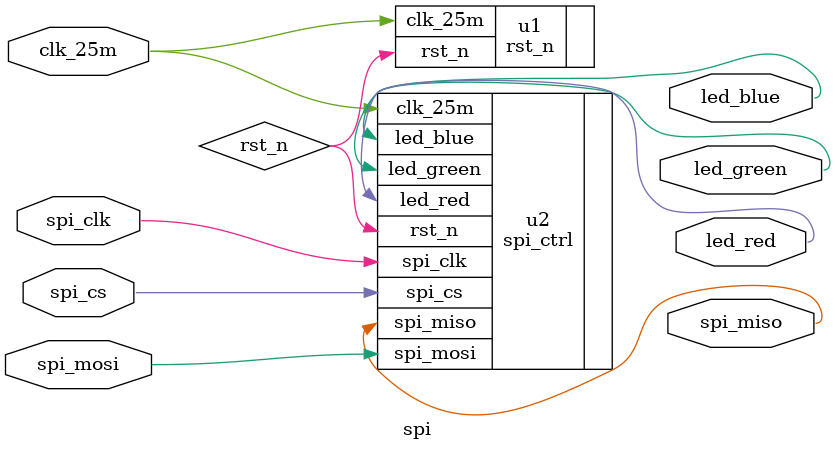
<source format=v>
/* 
 * --------------------
 * Company					: LUOYANG GINGKO TECHNOLOGY CO.,LTD.
 * BBS						: http://www.eeschool.org
 * --------------------
 * Project Name			: spi
 * Module Name				: spi
 * Description				: ---
 * --------------------
 * Tool Versions			: Quartus II 13.1
 * Target Device			: Cyclone IV E  EP4CE15F23C8
 * --------------------
 * Engineer					: xiaorenwu
 * Revision					: V0.0
 * Created Date			: 2017-08-22
 * --------------------
 * Engineer					:
 * Revision					:
 * Modified Date			:
 * --------------------
 * Additional Comments	: ---
 * 
 * --------------------
 */
 //-------------------------Timescale----------------------------//
`timescale 1 ns / 1 ps 
//------------------------Module rst_n---------------------------//
module spi(
	input clk_25m,
	input spi_clk,
	input spi_mosi,
	input spi_cs,
	output spi_miso,
	output led_red,
	output led_green,
	output led_blue
);

wire rst_n;

rst_n u1(
	.clk_25m(clk_25m),
	.rst_n(rst_n)
);

spi_ctrl u2(
	.clk_25m(clk_25m),
	.rst_n(rst_n),
	.spi_clk(spi_clk),
	.spi_mosi(spi_mosi),
	.spi_cs(spi_cs),
	.spi_miso(spi_miso),
	.led_red(led_red),
	.led_green(led_green),
	.led_blue(led_blue)
);

endmodule

</source>
